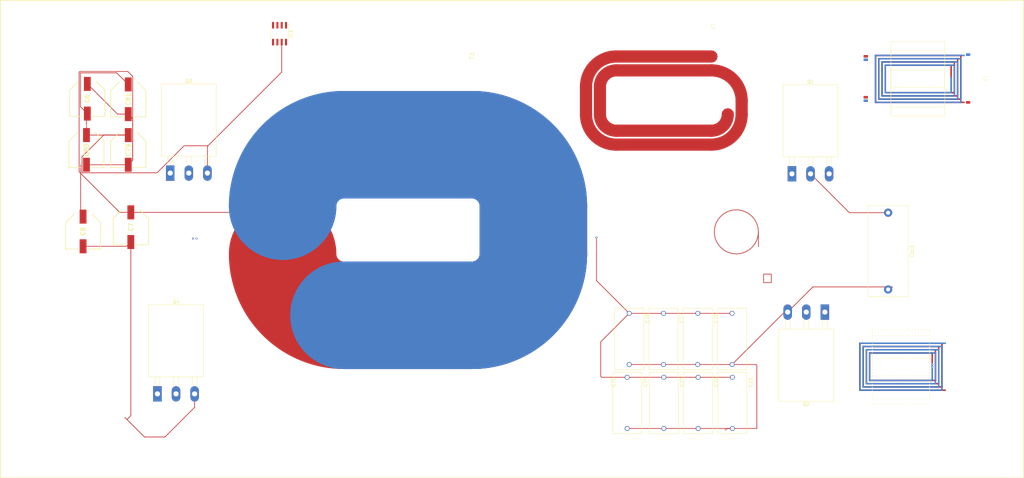
<source format=kicad_pcb>
(kicad_pcb (version 20241229) (generator "pcbnew") (generator_version "9.0")
  (layers (0 "F.Cu" signal) (4 "In1.Cu" signal) (6 "In2.Cu" signal) (2 "B.Cu" signal) (13 "F.Paste" user) (15 "B.Paste" user) (5 "F.SilkS" user "F.Silkscreen") (7 "B.SilkS" user "B.Silkscreen") (1 "F.Mask" user) (3 "B.Mask" user) (25 "Edge.Cuts" user))
  (net 0 "")
  (net 1 "OUT1")
  (net 2 "con_gnd")
  (net 3 "HVN1")
  (net 4 "Net-(T3-AB)")
  (net 5 "+12drvSec")
  (net 6 "HVP1")
  (net 7 "Net-(IC1-DRV)")
  (net 8 "D_S_1")
  (net 9 "Net-(IC1-MIN_TOFF)")
  (net 10 "Net-(IC1-MIN_TON)")
  (net 12 "D_S_2")
  (net 13 "S_P_1")
  (net 14 "G_P_1")
  (net 15 "G_P_2")
  (net 16 "G_S_2")
  (net 17 "G_S_1")
  (net 18 "Net-(T3-AA)")
  (footprint "B32672L8153J000:CAPRR1500W80L1800T850H1450" (layer "F.Cu") (at 247.1 179 -90)
    (property "Reference" "C78" (at -6.075 -5.335 90) (layer "F.SilkS"))
    (property "Value" "B32672L8153J")
    (fp_line (start -9 4.25) (end 9 4.25) (stroke (width 0.127)) (layer "F.SilkS"))
    (fp_line (start -9 -4.25) (end -9 4.25) (stroke (width 0.127)) (layer "F.SilkS"))
    (fp_line (start -9 -4.25) (end 9 -4.25) (stroke (width 0.127)) (layer "F.SilkS"))
    (fp_line (start 9 -4.25) (end 9 4.25) (stroke (width 0.127)) (layer "F.SilkS"))
    (pad "1" thru_hole circle (at -7.5 0 270) (size 1.4 1.4) (drill 1.05) (layers "*.Cu" "*.Mask") (net 4 "Net-(T3-AB)"))
    (pad "2" thru_hole circle (at 7.5 0 270) (size 1.4 1.4) (drill 1.05) (layers "*.Cu" "*.Mask") (net 3 "HVN1"))
  )
  (footprint "B40910A8127M000:B40910A8127M000" (layer "F.Cu") (at 101 146.25 -90)
    (property "Reference" "C7" (at 0 0 90) (layer "F.SilkS") (effects (font (size 1.27 1.27) (thickness 0.254))))
    (property "Value" "B40910A8127M000" (hide yes))
    (fp_line (start -2.575 5.15) (end -5.15 2.575) (stroke (width 0.2)) (layer "F.SilkS"))
    (fp_line (start 5.15 5.15) (end -2.575 5.15) (stroke (width 0.2)) (layer "F.SilkS"))
    (fp_line (start 5.15 5.15) (end 4.8 5.15) (stroke (width 0.2)) (layer "F.SilkS"))
    (fp_line (start 5.15 1.55) (end 5.15 5.15) (stroke (width 0.2)) (layer "F.SilkS"))
    (fp_line (start -7.1 0) (end -7.1 0) (stroke (width 0.1)) (layer "F.SilkS"))
    (fp_line (start -7 0) (end -7 0) (stroke (width 0.1)) (layer "F.SilkS"))
    (fp_line (start -5.15 -2.575) (end -2.575 -5.15) (stroke (width 0.2)) (layer "F.SilkS"))
    (fp_line (start -2.575 -5.15) (end 5.15 -5.15) (stroke (width 0.2)) (layer "F.SilkS"))
    (fp_line (start 5.15 -5.15) (end 5.15 -1.45) (stroke (width 0.2)) (layer "F.SilkS"))
    (fp_arc (start -7.1 0) (mid -7.05 -0.05) (end -7 0) (stroke (width 0.1)) (layer "F.SilkS"))
    (fp_arc (start -7 0) (mid -7.05 0.05) (end -7.1 0) (stroke (width 0.1)) (layer "F.SilkS"))
    (pad "1" smd rect (at -4.35 0) (size 2 4.1) (layers "F.Cu" "F.Mask" "F.Paste") (net 1 "OUT1"))
    (pad "2" smd rect (at 4.35 0) (size 2 4.1) (layers "F.Cu" "F.Mask" "F.Paste") (net 2 "con_gnd"))
  )
  (footprint "Package_TO_SOT_THT:TO-247-3_Horizontal_TabDown" (layer "F.Cu") (at 294.8 130.61)
    (property "Reference" "Q1" (at 5.45 -26.98 0) (layer "F.SilkS"))
    (property "Value" "IPW60R037CM8XKSA1")
    (fp_line (start -2.61 -26.14) (end 13.51 -26.14) (stroke (width 0.12)) (layer "F.SilkS"))
    (fp_line (start -2.61 -4.97) (end -2.61 -26.14) (stroke (width 0.12)) (layer "F.SilkS"))
    (fp_line (start -2.61 -4.97) (end 13.51 -4.97) (stroke (width 0.12)) (layer "F.SilkS"))
    (fp_line (start -0.71 -4.97) (end -0.71 -2.51) (stroke (width 0.12)) (layer "F.SilkS"))
    (fp_line (start 0.71 -4.97) (end 0.71 -2.51) (stroke (width 0.12)) (layer "F.SilkS"))
    (fp_line (start 4.74 -4.97) (end 4.74 -2.51) (stroke (width 0.12)) (layer "F.SilkS"))
    (fp_line (start 6.16 -4.97) (end 6.16 -2.51) (stroke (width 0.12)) (layer "F.SilkS"))
    (fp_line (start 10.19 -4.97) (end 10.19 -2.51) (stroke (width 0.12)) (layer "F.SilkS"))
    (fp_line (start 11.61 -4.97) (end 11.61 -2.51) (stroke (width 0.12)) (layer "F.SilkS"))
    (fp_line (start 13.51 -4.97) (end 13.51 -26.14) (stroke (width 0.12)) (layer "F.SilkS"))
    (pad "" np_thru_hole circle (at 5.45 -19.86) (size 3.6 3.6) (drill 3.6) (layers "*.Cu" "*.Mask"))
    (pad "1" thru_hole rect (at 0 0) (size 2.5 4.5) (drill 1.5) (layers "*.Cu" "*.Mask") (net 14 "G_P_1"))
    (pad "2" thru_hole oval (at 5.45 0) (size 2.5 4.5) (drill 1.5) (layers "*.Cu" "*.Mask") (net 6 "HVP1"))
    (pad "3" thru_hole oval (at 10.9 0) (size 2.5 4.5) (drill 1.5) (layers "*.Cu" "*.Mask") (net 13 "S_P_1"))
  )
  (footprint "B32672L8153J000:CAPRR1500W80L1800T850H1450" (layer "F.Cu") (at 246.5 197.75 -90)
    (property "Reference" "C74" (at -6.075 -5.335 90) (layer "F.SilkS"))
    (property "Value" "B32672L8153J")
    (fp_line (start -9 4.25) (end 9 4.25) (stroke (width 0.127)) (layer "F.SilkS"))
    (fp_line (start -9 -4.25) (end -9 4.25) (stroke (width 0.127)) (layer "F.SilkS"))
    (fp_line (start -9 -4.25) (end 9 -4.25) (stroke (width 0.127)) (layer "F.SilkS"))
    (fp_line (start 9 -4.25) (end 9 4.25) (stroke (width 0.127)) (layer "F.SilkS"))
    (pad "1" thru_hole circle (at -7.5 0 270) (size 1.4 1.4) (drill 1.05) (layers "*.Cu" "*.Mask") (net 4 "Net-(T3-AB)"))
    (pad "2" thru_hole circle (at 7.5 0 270) (size 1.4 1.4) (drill 1.05) (layers "*.Cu" "*.Mask") (net 3 "HVN1"))
  )
  (footprint "B32672L8153J000:CAPRR1500W80L1800T850H1450" (layer "F.Cu") (at 267.2 179 -90)
    (property "Reference" "C76" (at -6.075 -5.335 90) (layer "F.SilkS"))
    (property "Value" "B32672L8153J")
    (fp_line (start -9 4.25) (end 9 4.25) (stroke (width 0.127)) (layer "F.SilkS"))
    (fp_line (start -9 -4.25) (end -9 4.25) (stroke (width 0.127)) (layer "F.SilkS"))
    (fp_line (start -9 -4.25) (end 9 -4.25) (stroke (width 0.127)) (layer "F.SilkS"))
    (fp_line (start 9 -4.25) (end 9 4.25) (stroke (width 0.127)) (layer "F.SilkS"))
    (pad "1" thru_hole circle (at -7.5 0 270) (size 1.4 1.4) (drill 1.05) (layers "*.Cu" "*.Mask") (net 4 "Net-(T3-AB)"))
    (pad "2" thru_hole circle (at 7.5 0 270) (size 1.4 1.4) (drill 1.05) (layers "*.Cu" "*.Mask") (net 3 "HVN1"))
  )
  (footprint "B40910A8127M000:B40910A8127M000" (layer "F.Cu") (at 100.25 108.75 -90)
    (property "Reference" "C81" (at 0 0 90) (layer "F.SilkS") (effects (font (size 1.27 1.27) (thickness 0.254))))
    (property "Value" "B40910A8127M000" (hide yes))
    (fp_line (start -2.575 5.15) (end -5.15 2.575) (stroke (width 0.2)) (layer "F.SilkS"))
    (fp_line (start 5.15 5.15) (end -2.575 5.15) (stroke (width 0.2)) (layer "F.SilkS"))
    (fp_line (start 5.15 5.15) (end 4.8 5.15) (stroke (width 0.2)) (layer "F.SilkS"))
    (fp_line (start 5.15 1.55) (end 5.15 5.15) (stroke (width 0.2)) (layer "F.SilkS"))
    (fp_line (start -7.1 0) (end -7.1 0) (stroke (width 0.1)) (layer "F.SilkS"))
    (fp_line (start -7 0) (end -7 0) (stroke (width 0.1)) (layer "F.SilkS"))
    (fp_line (start -5.15 -2.575) (end -2.575 -5.15) (stroke (width 0.2)) (layer "F.SilkS"))
    (fp_line (start -2.575 -5.15) (end 5.15 -5.15) (stroke (width 0.2)) (layer "F.SilkS"))
    (fp_line (start 5.15 -5.15) (end 5.15 -1.45) (stroke (width 0.2)) (layer "F.SilkS"))
    (fp_arc (start -7.1 0) (mid -7.05 -0.05) (end -7 0) (stroke (width 0.1)) (layer "F.SilkS"))
    (fp_arc (start -7 0) (mid -7.05 0.05) (end -7.1 0) (stroke (width 0.1)) (layer "F.SilkS"))
    (pad "1" smd rect (at -4.35 0) (size 2 4.1) (layers "F.Cu" "F.Mask" "F.Paste") (net 2 "con_gnd"))
    (pad "2" smd rect (at 4.35 0) (size 2 4.1) (layers "F.Cu" "F.Mask" "F.Paste") (net 1 "OUT1"))
  )
  (footprint "B40910A8127M000:B40910A8127M000" (layer "F.Cu") (at 100.25 123.6 -90)
    (property "Reference" "C79" (at 0 0 90) (layer "F.SilkS") (effects (font (size 1.27 1.27) (thickness 0.254))))
    (property "Value" "B40910A8127M000" (hide yes))
    (fp_line (start -2.575 5.15) (end -5.15 2.575) (stroke (width 0.2)) (layer "F.SilkS"))
    (fp_line (start 5.15 5.15) (end -2.575 5.15) (stroke (width 0.2)) (layer "F.SilkS"))
    (fp_line (start 5.15 5.15) (end 4.8 5.15) (stroke (width 0.2)) (layer "F.SilkS"))
    (fp_line (start 5.15 1.55) (end 5.15 5.15) (stroke (width 0.2)) (layer "F.SilkS"))
    (fp_line (start -7.1 0) (end -7.1 0) (stroke (width 0.1)) (layer "F.SilkS"))
    (fp_line (start -7 0) (end -7 0) (stroke (width 0.1)) (layer "F.SilkS"))
    (fp_line (start -5.15 -2.575) (end -2.575 -5.15) (stroke (width 0.2)) (layer "F.SilkS"))
    (fp_line (start -2.575 -5.15) (end 5.15 -5.15) (stroke (width 0.2)) (layer "F.SilkS"))
    (fp_line (start 5.15 -5.15) (end 5.15 -1.45) (stroke (width 0.2)) (layer "F.SilkS"))
    (fp_arc (start -7.1 0) (mid -7.05 -0.05) (end -7 0) (stroke (width 0.1)) (layer "F.SilkS"))
    (fp_arc (start -7 0) (mid -7.05 0.05) (end -7.1 0) (stroke (width 0.1)) (layer "F.SilkS"))
    (pad "1" smd rect (at -4.35 0) (size 2 4.1) (layers "F.Cu" "F.Mask" "F.Paste") (net 2 "con_gnd"))
    (pad "2" smd rect (at 4.35 0) (size 2 4.1) (layers "F.Cu" "F.Mask" "F.Paste") (net 1 "OUT1"))
  )
  (footprint "Package_SO:SOIC-8_3.9x4.9mm_P1.27mm" (layer "F.Cu") (at 144.595 89.525 -90)
    (property "Reference" "IC1" (at 0 -3.4 90) (layer "F.SilkS"))
    (property "Value" "NCP43080ADR2G")
    (fp_line (start 0 2.56) (end -1.95 2.56) (stroke (width 0.12)) (layer "F.SilkS"))
    (fp_line (start 0 2.56) (end 1.95 2.56) (stroke (width 0.12)) (layer "F.SilkS"))
    (fp_line (start 0 -2.56) (end -1.95 -2.56) (stroke (width 0.12)) (layer "F.SilkS"))
    (fp_line (start 0 -2.56) (end 1.95 -2.56) (stroke (width 0.12)) (layer "F.SilkS"))
    (fp_poly (pts (xy -2.7 -2.465) (xy -2.94 -2.795) (xy -2.46 -2.795)) (stroke (width 0.12)) (fill yes) (layer "F.SilkS"))
    (pad "1" smd roundrect (at -2.475 -1.905 270) (size 1.95 0.6) (layers "F.Cu" "F.Mask" "F.Paste") (net 5 "+12drvSec"))
    (pad "2" smd roundrect (at -2.475 -0.635 270) (size 1.95 0.6) (layers "F.Cu" "F.Mask" "F.Paste") (net 9 "Net-(IC1-MIN_TOFF)"))
    (pad "3" smd roundrect (at -2.475 0.635 270) (size 1.95 0.6) (layers "F.Cu" "F.Mask" "F.Paste") (net 10 "Net-(IC1-MIN_TON)"))
    (pad "4" smd roundrect (at -2.475 1.905 270) (size 1.95 0.6) (layers "F.Cu" "F.Mask" "F.Paste") (net 2 "con_gnd"))
    (pad "5" smd roundrect (at 2.475 1.905 270) (size 1.95 0.6) (layers "F.Cu" "F.Mask" "F.Paste"))
    (pad "6" smd roundrect (at 2.475 0.635 270) (size 1.95 0.6) (layers "F.Cu" "F.Mask" "F.Paste") (net 8 "D_S_1"))
    (pad "7" smd roundrect (at 2.475 -0.635 270) (size 1.95 0.6) (layers "F.Cu" "F.Mask" "F.Paste") (net 2 "con_gnd"))
    (pad "8" smd roundrect (at 2.475 -1.905 270) (size 1.95 0.6) (layers "F.Cu" "F.Mask" "F.Paste") (net 7 "Net-(IC1-DRV)"))
  )
  (footprint "Package_TO_SOT_THT:TO-247-3_Horizontal_TabDown" (layer "F.Cu") (at 112.55 130.39)
    (property "Reference" "Q3" (at 5.45 -26.98 0) (layer "F.SilkS"))
    (property "Value" "FDH055N15A")
    (fp_line (start -2.61 -26.14) (end 13.51 -26.14) (stroke (width 0.12)) (layer "F.SilkS"))
    (fp_line (start -2.61 -4.97) (end -2.61 -26.14) (stroke (width 0.12)) (layer "F.SilkS"))
    (fp_line (start -2.61 -4.97) (end 13.51 -4.97) (stroke (width 0.12)) (layer "F.SilkS"))
    (fp_line (start -0.71 -4.97) (end -0.71 -2.51) (stroke (width 0.12)) (layer "F.SilkS"))
    (fp_line (start 0.71 -4.97) (end 0.71 -2.51) (stroke (width 0.12)) (layer "F.SilkS"))
    (fp_line (start 4.74 -4.97) (end 4.74 -2.51) (stroke (width 0.12)) (layer "F.SilkS"))
    (fp_line (start 6.16 -4.97) (end 6.16 -2.51) (stroke (width 0.12)) (layer "F.SilkS"))
    (fp_line (start 10.19 -4.97) (end 10.19 -2.51) (stroke (width 0.12)) (layer "F.SilkS"))
    (fp_line (start 11.61 -4.97) (end 11.61 -2.51) (stroke (width 0.12)) (layer "F.SilkS"))
    (fp_line (start 13.51 -4.97) (end 13.51 -26.14) (stroke (width 0.12)) (layer "F.SilkS"))
    (pad "" np_thru_hole circle (at 5.45 -19.86) (size 3.6 3.6) (drill 3.6) (layers "*.Cu" "*.Mask"))
    (pad "1" thru_hole rect (at 0 0) (size 2.5 4.5) (drill 1.5) (layers "*.Cu" "*.Mask") (net 17 "G_S_1"))
    (pad "2" thru_hole oval (at 5.45 0) (size 2.5 4.5) (drill 1.5) (layers "*.Cu" "*.Mask") (net 8 "D_S_1"))
    (pad "3" thru_hole oval (at 10.9 0) (size 2.5 4.5) (drill 1.5) (layers "*.Cu" "*.Mask") (net 2 "con_gnd"))
  )
  (footprint "B40910A8127M000:B40910A8127M000" (layer "F.Cu") (at 88 123.6 -90)
    (property "Reference" "C80" (at 0 0 90) (layer "F.SilkS") (effects (font (size 1.27 1.27) (thickness 0.254))))
    (property "Value" "B40910A8127M000" (hide yes))
    (fp_line (start -2.575 5.15) (end -5.15 2.575) (stroke (width 0.2)) (layer "F.SilkS"))
    (fp_line (start 5.15 5.15) (end -2.575 5.15) (stroke (width 0.2)) (layer "F.SilkS"))
    (fp_line (start 5.15 5.15) (end 4.8 5.15) (stroke (width 0.2)) (layer "F.SilkS"))
    (fp_line (start 5.15 1.55) (end 5.15 5.15) (stroke (width 0.2)) (layer "F.SilkS"))
    (fp_line (start -7.1 0) (end -7.1 0) (stroke (width 0.1)) (layer "F.SilkS"))
    (fp_line (start -7 0) (end -7 0) (stroke (width 0.1)) (layer "F.SilkS"))
    (fp_line (start -5.15 -2.575) (end -2.575 -5.15) (stroke (width 0.2)) (layer "F.SilkS"))
    (fp_line (start -2.575 -5.15) (end 5.15 -5.15) (stroke (width 0.2)) (layer "F.SilkS"))
    (fp_line (start 5.15 -5.15) (end 5.15 -1.45) (stroke (width 0.2)) (layer "F.SilkS"))
    (fp_arc (start -7.1 0) (mid -7.05 -0.05) (end -7 0) (stroke (width 0.1)) (layer "F.SilkS"))
    (fp_arc (start -7 0) (mid -7.05 0.05) (end -7.1 0) (stroke (width 0.1)) (layer "F.SilkS"))
    (pad "1" smd rect (at -4.35 0) (size 2 4.1) (layers "F.Cu" "F.Mask" "F.Paste") (net 2 "con_gnd"))
    (pad "2" smd rect (at 4.35 0) (size 2 4.1) (layers "F.Cu" "F.Mask" "F.Paste") (net 1 "OUT1"))
  )
  (footprint "Capacitor_THT:C_Rect_L26.5mm_W11.5mm_P22.50mm_MKS4" (layer "F.Cu") (at 323 142 -90)
    (property "Reference" "Cdc1" (at 11.25 -7 90) (layer "F.SilkS"))
    (property "Value" "4uF +/-5% 700V")
    (fp_line (start -2.12 5.87) (end -2.12 -5.87) (stroke (width 0.12)) (layer "F.SilkS"))
    (fp_line (start 24.62 5.87) (end -2.12 5.87) (stroke (width 0.12)) (layer "F.SilkS"))
    (fp_line (start -2.12 -5.87) (end 24.62 -5.87) (stroke (width 0.12)) (layer "F.SilkS"))
    (fp_line (start 24.62 -5.87) (end 24.62 5.87) (stroke (width 0.12)) (layer "F.SilkS"))
    (pad "1" thru_hole circle (at 0 0 270) (size 2.4 2.4) (drill 1.2) (layers "*.Cu" "*.Mask") (net 6 "HVP1"))
    (pad "2" thru_hole circle (at 22.5 0 270) (size 2.4 2.4) (drill 1.2) (layers "*.Cu" "*.Mask") (net 3 "HVN1"))
  )
  (footprint "B32672L8153J000:CAPRR1500W80L1800T850H1450" (layer "F.Cu") (at 257.15 179 -90)
    (property "Reference" "C77" (at -6.075 -5.335 90) (layer "F.SilkS"))
    (property "Value" "B32672L8153J")
    (fp_line (start -9 4.25) (end 9 4.25) (stroke (width 0.127)) (layer "F.SilkS"))
    (fp_line (start -9 -4.25) (end -9 4.25) (stroke (width 0.127)) (layer "F.SilkS"))
    (fp_line (start -9 -4.25) (end 9 -4.25) (stroke (width 0.127)) (layer "F.SilkS"))
    (fp_line (start 9 -4.25) (end 9 4.25) (stroke (width 0.127)) (layer "F.SilkS"))
    (pad "1" thru_hole circle (at -7.5 0 270) (size 1.4 1.4) (drill 1.05) (layers "*.Cu" "*.Mask") (net 4 "Net-(T3-AB)"))
    (pad "2" thru_hole circle (at 7.5 0 270) (size 1.4 1.4) (drill 1.05) (layers "*.Cu" "*.Mask") (net 3 "HVN1"))
  )
  (footprint "B32672L8153J000:CAPRR1500W80L1800T850H1450" (layer "F.Cu") (at 267.3 197.75 -90)
    (property "Reference" "C72" (at -6.075 -5.335 90) (layer "F.SilkS"))
    (property "Value" "B32672L8153J")
    (fp_line (start -9 4.25) (end 9 4.25) (stroke (width 0.127)) (layer "F.SilkS"))
    (fp_line (start -9 -4.25) (end -9 4.25) (stroke (width 0.127)) (layer "F.SilkS"))
    (fp_line (start -9 -4.25) (end 9 -4.25) (stroke (width 0.127)) (layer "F.SilkS"))
    (fp_line (start 9 -4.25) (end 9 4.25) (stroke (width 0.127)) (layer "F.SilkS"))
    (pad "1" thru_hole circle (at -7.5 0 270) (size 1.4 1.4) (drill 1.05) (layers "*.Cu" "*.Mask") (net 4 "Net-(T3-AB)"))
    (pad "2" thru_hole circle (at 7.5 0 270) (size 1.4 1.4) (drill 1.05) (layers "*.Cu" "*.Mask") (net 3 "HVN1"))
  )
  (footprint "Package_TO_SOT_THT:TO-247-3_Horizontal_TabDown" (layer "F.Cu") (at 108.8 195.11)
    (property "Reference" "Q4" (at 5.45 -26.98 0) (layer "F.SilkS"))
    (property "Value" "FDH055N15A")
    (fp_line (start -2.61 -26.14) (end 13.51 -26.14) (stroke (width 0.12)) (layer "F.SilkS"))
    (fp_line (start -2.61 -4.97) (end -2.61 -26.14) (stroke (width 0.12)) (layer "F.SilkS"))
    (fp_line (start -2.61 -4.97) (end 13.51 -4.97) (stroke (width 0.12)) (layer "F.SilkS"))
    (fp_line (start -0.71 -4.97) (end -0.71 -2.51) (stroke (width 0.12)) (layer "F.SilkS"))
    (fp_line (start 0.71 -4.97) (end 0.71 -2.51) (stroke (width 0.12)) (layer "F.SilkS"))
    (fp_line (start 4.74 -4.97) (end 4.74 -2.51) (stroke (width 0.12)) (layer "F.SilkS"))
    (fp_line (start 6.16 -4.97) (end 6.16 -2.51) (stroke (width 0.12)) (layer "F.SilkS"))
    (fp_line (start 10.19 -4.97) (end 10.19 -2.51) (stroke (width 0.12)) (layer "F.SilkS"))
    (fp_line (start 11.61 -4.97) (end 11.61 -2.51) (stroke (width 0.12)) (layer "F.SilkS"))
    (fp_line (start 13.51 -4.97) (end 13.51 -26.14) (stroke (width 0.12)) (layer "F.SilkS"))
    (pad "" np_thru_hole circle (at 5.45 -19.86) (size 3.6 3.6) (drill 3.6) (layers "*.Cu" "*.Mask"))
    (pad "1" thru_hole rect (at 0 0) (size 2.5 4.5) (drill 1.5) (layers "*.Cu" "*.Mask") (net 16 "G_S_2"))
    (pad "2" thru_hole oval (at 5.45 0) (size 2.5 4.5) (drill 1.5) (layers "*.Cu" "*.Mask") (net 12 "D_S_2"))
    (pad "3" thru_hole oval (at 10.9 0) (size 2.5 4.5) (drill 1.5) (layers "*.Cu" "*.Mask") (net 2 "con_gnd"))
  )
  (footprint "New_Linrary:ELP_102_20_38" (layer "F.Cu") (at 201 96.075 -90)
    (property "Reference" "T3" (at 0 0 90) (layer "F.SilkS") (effects (font (size 1.27 1.27))))
    (property "Value" "ELP/102/20/38 & I/102/38/20")
    (fp_line (start 76 37.5) (end 76 0) (stroke (width 31.5)) (layer "F.Cu"))
    (fp_line (start 26 0) (end 26 37.5) (stroke (width 31.5)) (layer "F.Cu"))
    (fp_line (start 58 -18) (end 44 -18) (stroke (width 31.5)) (layer "F.Cu"))
    (fp_arc (start 76 37.5) (mid 70.727922 50.227922) (end 58 55.5) (stroke (width 31.5)) (layer "F.Cu"))
    (fp_arc (start 26 0) (mid 31.272078 -12.727922) (end 44 -18) (stroke (width 31.5)) (layer "F.Cu"))
    (fp_arc (start 58 -18) (mid 70.727922 -12.727922) (end 76 0) (stroke (width 31.5)) (layer "F.Cu"))
    (fp_line (start 76 37.5) (end 76 0) (stroke (width 31.5)) (layer "B.Cu"))
    (fp_line (start 76 37.5) (end 76 0) (stroke (width 31.5)) (layer "B.Cu"))
    (fp_line (start 26 0) (end 26 37.5) (stroke (width 31.5)) (layer "B.Cu"))
    (fp_line (start 26 0) (end 26 37.5) (stroke (width 31.5)) (layer "B.Cu"))
    (fp_line (start 58 -18) (end 44 -18) (stroke (width 31.5)) (layer "B.Cu"))
    (fp_line (start 58 -18) (end 44 -18) (stroke (width 31.5)) (layer "B.Cu"))
    (fp_arc (start 44 55.5) (mid 31.272078 50.227922) (end 26 37.5) (stroke (width 31.5)) (layer "B.Cu"))
    (fp_arc (start 44 55.5) (mid 31.272078 50.227922) (end 26 37.5) (stroke (width 31.5)) (layer "B.Cu"))
    (fp_arc (start 26 0) (mid 31.272078 -12.727922) (end 44 -18) (stroke (width 31.5)) (layer "B.Cu"))
    (fp_arc (start 26 0) (mid 31.272078 -12.727922) (end 44 -18) (stroke (width 31.5)) (layer "B.Cu"))
    (fp_arc (start 58 -18) (mid 70.727922 -12.727922) (end 76 0) (stroke (width 31.5)) (layer "B.Cu"))
    (fp_arc (start 58 -18) (mid 70.727922 -12.727922) (end 76 0) (stroke (width 31.5)) (layer "B.Cu"))
    (pad "3" smd roundrect (at 26 37.5 270) (size 2 1.4) (layers "F.Cu") (roundrect_rratio 0.18) (net 8 "D_S_1"))
    (pad "4" smd roundrect (at 58 55.5 270) (size 2 1.4) (layers "F&B.Cu") (roundrect_rratio 0.18) (net 1 "OUT1"))
    (pad "5" smd roundrect (at 76 37.5 270) (size 2 1.4) (layers "B.Cu") (roundrect_rratio 0.18) (net 12 "D_S_2"))
  )
  (footprint "B40910A8127M000:B40910A8127M000" (layer "F.Cu") (at 88.25 108.6 -90)
    (property "Reference" "C6" (at 0 0 90) (layer "F.SilkS") (effects (font (size 1.27 1.27) (thickness 0.254))))
    (property "Value" "B40910A8127M000" (hide yes))
    (fp_line (start -2.575 5.15) (end -5.15 2.575) (stroke (width 0.2)) (layer "F.SilkS"))
    (fp_line (start 5.15 5.15) (end -2.575 5.15) (stroke (width 0.2)) (layer "F.SilkS"))
    (fp_line (start 5.15 5.15) (end 4.8 5.15) (stroke (width 0.2)) (layer "F.SilkS"))
    (fp_line (start 5.15 1.55) (end 5.15 5.15) (stroke (width 0.2)) (layer "F.SilkS"))
    (fp_line (start -7.1 0) (end -7.1 0) (stroke (width 0.1)) (layer "F.SilkS"))
    (fp_line (start -7 0) (end -7 0) (stroke (width 0.1)) (layer "F.SilkS"))
    (fp_line (start -5.15 -2.575) (end -2.575 -5.15) (stroke (width 0.2)) (layer "F.SilkS"))
    (fp_line (start -2.575 -5.15) (end 5.15 -5.15) (stroke (width 0.2)) (layer "F.SilkS"))
    (fp_line (start 5.15 -5.15) (end 5.15 -1.45) (stroke (width 0.2)) (layer "F.SilkS"))
    (fp_arc (start -7.1 0) (mid -7.05 -0.05) (end -7 0) (stroke (width 0.1)) (layer "F.SilkS"))
    (fp_arc (start -7 0) (mid -7.05 0.05) (end -7.1 0) (stroke (width 0.1)) (layer "F.SilkS"))
    (pad "1" smd rect (at -4.35 0) (size 2 4.1) (layers "F.Cu" "F.Mask" "F.Paste") (net 1 "OUT1"))
    (pad "2" smd rect (at 4.35 0) (size 2 4.1) (layers "F.Cu" "F.Mask" "F.Paste") (net 2 "con_gnd"))
  )
  (footprint "New_Linrary:ELP_43_10_28" (layer "F.Cu") (at 271.2 87.425 -90)
    (property "Reference" "L2" (at 0 -0.5 270) (layer "F.SilkS") (effects (font (thickness 0.1))))
    (property "Value" "ELP 43/10/28 & I 43/10/28")
    (fp_line (start 17.65 36.7625) (end 25.75 36.7625) (stroke (width 3.575)) (layer "F.Cu"))
    (fp_line (start 17.65 32.6875) (end 25.75 32.6875) (stroke (width 3.575)) (layer "F.Cu"))
    (fp_line (start 30.5375 27.9) (end 30.5375 0) (stroke (width 3.575)) (layer "F.Cu"))
    (fp_line (start 34.6125 27.9) (end 34.6125 0) (stroke (width 3.575)) (layer "F.Cu"))
    (fp_line (start 8.7875 0) (end 8.7875 27.9) (stroke (width 3.575)) (layer "F.Cu"))
    (fp_line (start 12.8625 0) (end 12.8625 27.9) (stroke (width 3.575)) (layer "F.Cu"))
    (fp_line (start 25.75 -8.8625) (end 21.725 -8.8625) (stroke (width 3.575)) (layer "F.Cu"))
    (fp_arc (start 17.65 36.7625) (mid 11.383266 34.166734) (end 8.7875 27.9) (stroke (width 3.575)) (layer "F.Cu"))
    (fp_arc (start 17.65 32.6875) (mid 14.264726 31.285274) (end 12.8625 27.9) (stroke (width 3.575)) (layer "F.Cu"))
    (fp_arc (start 30.5375 27.9) (mid 29.135274 31.285274) (end 25.75 32.6875) (stroke (width 3.575)) (layer "F.Cu"))
    (fp_arc (start 34.6125 27.9) (mid 32.016734 34.166734) (end 25.75 36.7625) (stroke (width 3.575)) (layer "F.Cu"))
    (fp_arc (start 12.8625 0) (mid 15.458266 -6.266734) (end 21.725 -8.8625) (stroke (width 3.575)) (layer "F.Cu"))
    (fp_arc (start 25.75 -4.7875) (mid 29.135274 -3.385274) (end 30.5375 0) (stroke (width 3.575)) (layer "F.Cu"))
    (fp_arc (start 25.75 -8.8625) (mid 32.016734 -6.266734) (end 34.6125 0) (stroke (width 3.575)) (layer "F.Cu"))
    (pad "1" smd roundrect (at 9 0 270) (size 2.262 1.508) (layers "F.Cu" "F.Mask" "F.Paste") (roundrect_rratio 0.15) (net 18 "Net-(T3-AA)"))
    (pad "2" smd roundrect (at 25.5 -4.5 270) (size 2.262 1.508) (layers "F.Cu" "F.Mask" "F.Paste") (roundrect_rratio 0.15) (net 13 "S_P_1"))
  )
  (footprint "B40910A8127M000:B40910A8127M000" (layer "F.Cu") (at 87 147.5 -90)
    (property "Reference" "C8" (at 0 0 90) (layer "F.SilkS") (effects (font (size 1.27 1.27) (thickness 0.254))))
    (property "Value" "B40910A8127M000" (hide yes))
    (fp_line (start -2.575 5.15) (end -5.15 2.575) (stroke (width 0.2)) (layer "F.SilkS"))
    (fp_line (start 5.15 5.15) (end -2.575 5.15) (stroke (width 0.2)) (layer "F.SilkS"))
    (fp_line (start 5.15 5.15) (end 4.8 5.15) (stroke (width 0.2)) (layer "F.SilkS"))
    (fp_line (start 5.15 1.55) (end 5.15 5.15) (stroke (width 0.2)) (layer "F.SilkS"))
    (fp_line (start -7.1 0) (end -7.1 0) (stroke (width 0.1)) (layer "F.SilkS"))
    (fp_line (start -7 0) (end -7 0) (stroke (width 0.1)) (layer "F.SilkS"))
    (fp_line (start -5.15 -2.575) (end -2.575 -5.15) (stroke (width 0.2)) (layer "F.SilkS"))
    (fp_line (start -2.575 -5.15) (end 5.15 -5.15) (stroke (width 0.2)) (layer "F.SilkS"))
    (fp_line (start 5.15 -5.15) (end 5.15 -1.45) (stroke (width 0.2)) (layer "F.SilkS"))
    (fp_arc (start -7.1 0) (mid -7.05 -0.05) (end -7 0) (stroke (width 0.1)) (layer "F.SilkS"))
    (fp_arc (start -7 0) (mid -7.05 0.05) (end -7.1 0) (stroke (width 0.1)) (layer "F.SilkS"))
    (pad "1" smd rect (at -4.35 0) (size 2 4.1) (layers "F.Cu" "F.Mask" "F.Paste") (net 1 "OUT1"))
    (pad "2" smd rect (at 4.35 0) (size 2 4.1) (layers "F.Cu" "F.Mask" "F.Paste") (net 2 "con_gnd"))
  )
  (footprint "Package_TO_SOT_THT:TO-247-3_Horizontal_TabDown" (layer "F.Cu") (at 304.45 171.14 180)
    (property "Reference" "Q2" (at 5.45 -26.98 0) (layer "F.SilkS"))
    (property "Value" "IPW60R037CM8XKSA1")
    (fp_line (start 13.51 -4.97) (end 13.51 -26.14) (stroke (width 0.12)) (layer "F.SilkS"))
    (fp_line (start 11.61 -4.97) (end 11.61 -2.51) (stroke (width 0.12)) (layer "F.SilkS"))
    (fp_line (start 10.19 -4.97) (end 10.19 -2.51) (stroke (width 0.12)) (layer "F.SilkS"))
    (fp_line (start 6.16 -4.97) (end 6.16 -2.51) (stroke (width 0.12)) (layer "F.SilkS"))
    (fp_line (start 4.74 -4.97) (end 4.74 -2.51) (stroke (width 0.12)) (layer "F.SilkS"))
    (fp_line (start 0.71 -4.97) (end 0.71 -2.51) (stroke (width 0.12)) (layer "F.SilkS"))
    (fp_line (start -0.71 -4.97) (end -0.71 -2.51) (stroke (width 0.12)) (layer "F.SilkS"))
    (fp_line (start -2.61 -4.97) (end 13.51 -4.97) (stroke (width 0.12)) (layer "F.SilkS"))
    (fp_line (start -2.61 -4.97) (end -2.61 -26.14) (stroke (width 0.12)) (layer "F.SilkS"))
    (fp_line (start -2.61 -26.14) (end 13.51 -26.14) (stroke (width 0.12)) (layer "F.SilkS"))
    (pad "" np_thru_hole circle (at 5.45 -19.86 180) (size 3.6 3.6) (drill 3.6) (layers "*.Cu" "*.Mask"))
    (pad "1" thru_hole rect (at 0 0 180) (size 2.5 4.5) (drill 1.5) (layers "*.Cu" "*.Mask") (net 15 "G_P_2"))
    (pad "2" thru_hole oval (at 5.45 0 180) (size 2.5 4.5) (drill 1.5) (layers "*.Cu" "*.Mask") (net 13 "S_P_1"))
    (pad "3" thru_hole oval (at 10.9 0 180) (size 2.5 4.5) (drill 1.5) (layers "*.Cu" "*.Mask") (net 3 "HVN1"))
  )
  (footprint "B32672L8153J000:CAPRR1500W80L1800T850H1450" (layer "F.Cu") (at 277.35 197.75 -90)
    (property "Reference" "C21" (at -6.075 -5.335 90) (layer "F.SilkS"))
    (property "Value" "B32672L8153J")
    (fp_line (start -9 4.25) (end 9 4.25) (stroke (width 0.127)) (layer "F.SilkS"))
    (fp_line (start -9 -4.25) (end -9 4.25) (stroke (width 0.127)) (layer "F.SilkS"))
    (fp_line (start -9 -4.25) (end 9 -4.25) (stroke (width 0.127)) (layer "F.SilkS"))
    (fp_line (start 9 -4.25) (end 9 4.25) (stroke (width 0.127)) (layer "F.SilkS"))
    (pad "1" thru_hole circle (at -7.5 0 270) (size 1.4 1.4) (drill 1.05) (layers "*.Cu" "*.Mask") (net 4 "Net-(T3-AB)"))
    (pad "2" thru_hole circle (at 7.5 0 270) (size 1.4 1.4) (drill 1.05) (layers "*.Cu" "*.Mask") (net 3 "HVN1"))
  )
  (footprint "B32672L8153J000:CAPRR1500W80L1800T850H1450" (layer "F.Cu") (at 257.25 197.75 -90)
    (property "Reference" "C73" (at -6.075 -5.335 90) (layer "F.SilkS"))
    (property "Value" "B32672L8153J")
    (fp_line (start -9 4.25) (end 9 4.25) (stroke (width 0.127)) (layer "F.SilkS"))
    (fp_line (start -9 -4.25) (end -9 4.25) (stroke (width 0.127)) (layer "F.SilkS"))
    (fp_line (start -9 -4.25) (end 9 -4.25) (stroke (width 0.127)) (layer "F.SilkS"))
    (fp_line (start 9 -4.25) (end 9 4.25) (stroke (width 0.127)) (layer "F.SilkS"))
    (pad "1" thru_hole circle (at -7.5 0 270) (size 1.4 1.4) (drill 1.05) (layers "*.Cu" "*.Mask") (net 4 "Net-(T3-AB)"))
    (pad "2" thru_hole circle (at 7.5 0 270) (size 1.4 1.4) (drill 1.05) (layers "*.Cu" "*.Mask") (net 3 "HVN1"))
  )
  (footprint "New_Linrary:Trans_planner_buck" (layer "F.Cu") (at 350.9425 102.66 -90)
    (property "Reference" "T2" (at 0 -0.5 270) (layer "F.SilkS") (effects (font (thickness 0.1))))
    (property "Value" "Transformer_1P_2S")
    (fp_line (start -6.75 31.63) (end -6.75 6.63) (stroke (width 0.45)) (layer "F.Cu"))
    (fp_line (start 7 31.63) (end -6.75 31.63) (stroke (width 0.45)) (layer "F.Cu"))
    (fp_line (start -5.8 30.68) (end -5.8 7.58) (stroke (width 0.45)) (layer "F.Cu"))
    (fp_line (start 6.05 30.68) (end -5.8 30.68) (stroke (width 0.45)) (layer "F.Cu"))
    (fp_line (start -4.85 29.73) (end -4.85 8.53) (stroke (width 0.45)) (layer "F.Cu"))
    (fp_line (start 5.1 29.73) (end -4.85 29.73) (stroke (width 0.45)) (layer "F.Cu"))
    (fp_line (start -3.9 28.78) (end -3.9 9.48) (stroke (width 0.45)) (layer "F.Cu"))
    (fp_line (start 4.15 28.78) (end -3.9 28.78) (stroke (width 0.45)) (layer "F.Cu"))
    (fp_line (start -3.9 9.48) (end -0.4 9.48) (stroke (width 0.45)) (layer "F.Cu"))
    (fp_line (start -4.85 8.53) (end 4.15 8.53) (stroke (width 0.45)) (layer "F.Cu"))
    (fp_line (start 4.15 8.53) (end 4.15 28.78) (stroke (width 0.45)) (layer "F.Cu"))
    (fp_line (start -5.8 7.58) (end 5.1 7.58) (stroke (width 0.45)) (layer "F.Cu"))
    (fp_line (start 5.1 7.58) (end 5.1 29.73) (stroke (width 0.45)) (layer "F.Cu"))
    (fp_line (start -6.75 6.63) (end 6.05 6.63) (stroke (width 0.45)) (layer "F.Cu"))
    (fp_line (start 6.05 6.63) (end 6.05 30.68) (stroke (width 0.45)) (layer "F.Cu"))
    (fp_line (start 7 5.68) (end 7 31.63) (stroke (width 0.45)) (layer "F.Cu"))
    (fp_line (start -6.75 31.63) (end 7 31.63) (stroke (width 0.45)) (layer "B.Cu"))
    (fp_line (start 7 31.63) (end 7 6.63) (stroke (width 0.45)) (layer "B.Cu"))
    (fp_line (start -5.8 30.68) (end 6.05 30.68) (stroke (width 0.45)) (layer "B.Cu"))
    (fp_line (start 6.05 30.68) (end 6.05 7.58) (stroke (width 0.45)) (layer "B.Cu"))
    (fp_line (start -4.85 29.73) (end 5.1 29.73) (stroke (width 0.45)) (layer "B.Cu"))
    (fp_line (start 5.1 29.73) (end 5.1 8.53) (stroke (width 0.45)) (layer "B.Cu"))
    (fp_line (start -3.9 28.78) (end 4.15 28.78) (stroke (width 0.45)) (layer "B.Cu"))
    (fp_line (start 4.15 28.78) (end 4.15 9.48) (stroke (width 0.45)) (layer "B.Cu"))
    (fp_line (start 4.15 9.48) (end -0.35 9.48) (stroke (width 0.45)) (layer "B.Cu"))
    (fp_line (start -3.9 8.53) (end -3.9 28.78) (stroke (width 0.45)) (layer "B.Cu"))
    (fp_line (start 5.1 8.53) (end -3.9 8.53) (stroke (width 0.45)) (layer "B.Cu"))
    (fp_line (start -4.85 7.58) (end -4.85 29.73) (stroke (width 0.45)) (layer "B.Cu"))
    (fp_line (start 6.05 7.58) (end -4.85 7.58) (stroke (width 0.45)) (layer "B.Cu"))
    (fp_line (start -5.8 6.63) (end -5.8 30.68) (stroke (width 0.45)) (layer "B.Cu"))
    (fp_line (start 7 6.63) (end -5.8 6.63) (stroke (width 0.45)) (layer "B.Cu"))
    (fp_line (start -6.75 5.68) (end -6.75 31.63) (stroke (width 0.45)) (layer "B.Cu"))
    (fp_rect (start -10.81 11.34) (end 10.99 27.14) (stroke (width 0.1)) (fill no) (layer "F.SilkS"))
    (fp_rect (start -8.21 11.34) (end 8.39 27.14) (stroke (width 0.1)) (fill no) (layer "F.SilkS"))
    (fp_rect (start -2.41 11.34) (end 2.59 27.14) (stroke (width 0.1)) (fill no) (layer "F.SilkS"))
    (pad "1" smd roundrect (at -7 4.5 270) (size 0.77 1.27) (layers "B.Cu" "B.Mask" "B.Paste") (roundrect_rratio 0.15))
    (pad "2" smd roundrect (at 7 4.5 270) (size 0.77 1.27) (layers "F.Cu" "F.Mask" "F.Paste") (roundrect_rratio 0.15))
    (pad "3" smd roundrect (at -6.5 34.5 270) (size 0.77 1.27) (layers "F.Cu" "F.Mask" "F.Paste") (roundrect_rratio 0.15))
    (pad "4" smd roundrect (at 5.5 34.5 270) (size 0.77 1.27) (layers "F.Cu" "F.Mask" "F.Paste" "Dwgs.User") (roundrect_rratio 0.15))
    (pad "5" smd roundrect (at -5.5 34.5 270) (size 0.77 1.27) (layers "B.Cu" "B.Mask" "B.Paste") (roundrect_rratio 0.15))
    (pad "6" smd roundrect (at 6.5 34.5 270) (size 0.77 1.27) (layers "B.Cu" "B.Mask" "B.Paste") (roundrect_rratio 0.15))
  )
  (footprint "B32672L8153J000:CAPRR1500W80L1800T850H1450" (layer "F.Cu") (at 277.25 179 -90)
    (property "Reference" "C75" (at 12.675 34.765 90) (layer "F.SilkS"))
    (property "Value" "B32672L8153J")
    (fp_line (start -9 4.25) (end 9 4.25) (stroke (width 0.127)) (layer "F.SilkS"))
    (fp_line (start -9 -4.25) (end -9 4.25) (stroke (width 0.127)) (layer "F.SilkS"))
    (fp_line (start -9 -4.25) (end 9 -4.25) (stroke (width 0.127)) (layer "F.SilkS"))
    (fp_line (start 9 -4.25) (end 9 4.25) (stroke (width 0.127)) (layer "F.SilkS"))
    (pad "1" thru_hole circle (at -7.5 0 270) (size 1.4 1.4) (drill 1.05) (layers "*.Cu" "*.Mask") (net 4 "Net-(T3-AB)"))
    (pad "2" thru_hole circle (at 7.5 0 270) (size 1.4 1.4) (drill 1.05) (layers "*.Cu" "*.Mask") (net 3 "HVN1"))
  )
  (gr_line (start 317.575 183.125) (end 335.925 183.125) (stroke (width 0.45)) (layer "F.Cu"))
  (gr_line (start 335.925 183.125) (end 335.925 187.5) (stroke (width 0.45)) (layer "F.Cu"))
  (gr_line (start 284.949044 147.617517) (end 285 152) (stroke (width 0.2)) (layer "F.Cu") (net 13))
  (gr_line (start 317.575 191.175) (end 317.575 183.125) (stroke (width 0.45)) (layer "F.Cu"))
  (gr_line (start 337.825 192.125) (end 316.625 192.125) (stroke (width 0.45)) (layer "F.Cu"))
  (gr_line (start 316.625 192.125) (end 316.625 182.175) (stroke (width 0.45)) (layer "F.Cu"))
  (gr_line (start 315.675 181.225) (end 337.825 181.225) (stroke (width 0.45)) (layer "F.Cu"))
  (gr_line (start 337.825 181.225) (end 337.825 192.125) (stroke (width 0.45)) (layer "F.Cu"))
  (gr_line (start 338.775 180.275) (end 338.775 193.075) (stroke (width 0.45)) (layer "F.Cu"))
  (gr_line (start 315.675 193.075) (end 315.675 181.225) (stroke (width 0.45)) (layer "F.Cu"))
  (gr_line (start 336.875 191.175) (end 317.575 191.175) (stroke (width 0.45)) (layer "F.Cu"))
  (gr_line (start 314.725 194.025) (end 314.725 180.275) (stroke (width 0.45)) (layer "F.Cu"))
  (gr_rect (start 286.5 160) (end 288.75 162.5) (stroke (width 0.2)) (fill no) (layer "F.Cu"))
  (gr_circle (center 278.5 147.617517) (end 284 144.25) (stroke (width 0.2)) (fill no) (layer "F.Cu") (net 13))
  (gr_line (start 316.625 182.175) (end 336.875 182.175) (stroke (width 0.45)) (layer "F.Cu"))
  (gr_line (start 314.725 180.275) (end 338.775 180.275) (stroke (width 0.45)) (layer "F.Cu"))
  (gr_line (start 336.875 182.175) (end 336.875 191.175) (stroke (width 0.45)) (layer "F.Cu"))
  (gr_line (start 339.725 194.025) (end 314.725 194.025) (stroke (width 0.45)) (layer "F.Cu"))
  (gr_line (start 338.775 193.075) (end 315.675 193.075) (stroke (width 0.45)) (layer "F.Cu"))
  (gr_line (start 336.875 183.125) (end 317.575 183.125) (stroke (width 0.45)) (layer "B.Cu"))
  (gr_line (start 317.575 191.175) (end 335.925 191.175) (stroke (width 0.45)) (layer "B.Cu"))
  (gr_line (start 315.675 181.225) (end 315.675 193.075) (stroke (width 0.45)) (layer "B.Cu"))
  (gr_line (start 314.725 194.025) (end 338.775 194.025) (stroke (width 0.45)) (layer "B.Cu"))
  (gr_line (start 316.625 192.125) (end 336.875 192.125) (stroke (width 0.45)) (layer "B.Cu"))
  (gr_line (start 339.725 180.275) (end 314.725 180.275) (stroke (width 0.45)) (layer "B.Cu"))
  (gr_line (start 338.775 181.225) (end 315.675 181.225) (stroke (width 0.45)) (layer "B.Cu"))
  (gr_line (start 316.625 182.175) (end 316.625 192.125) (stroke (width 0.45)) (layer "B.Cu"))
  (gr_line (start 337.825 193.075) (end 337.825 182.175) (stroke (width 0.45)) (layer "B.Cu"))
  (gr_line (start 335.925 191.175) (end 335.925 186.25) (stroke (width 0.45)) (layer "B.Cu"))
  (gr_line (start 336.875 192.125) (end 336.875 183.125) (stroke (width 0.45)) (layer "B.Cu"))
  (gr_line (start 337.825 182.175) (end 316.625 182.175) (stroke (width 0.45)) (layer "B.Cu"))
  (gr_line (start 338.775 194.025) (end 338.775 181.225) (stroke (width 0.45)) (layer "B.Cu"))
  (gr_line (start 317.575 183.125) (end 317.575 191.175) (stroke (width 0.45)) (layer "B.Cu"))
  (gr_line (start 314.725 180.275) (end 314.725 194.025) (stroke (width 0.45)) (layer "B.Cu"))
  (gr_line (start 315.675 193.075) (end 337.825 193.075) (stroke (width 0.45)) (layer "B.Cu"))
  (gr_rect (start 335.15 176.35) (end 318.35 198.15) (stroke (width 0.2) (type dot)) (fill no) (layer "F.SilkS"))
  (gr_rect (start 335.15 184.75) (end 318.35 189.75) (stroke (width 0.2) (type dot)) (fill no) (layer "F.SilkS"))
  (gr_rect (start 62.75 79.75) (end 362.75 219.75) (stroke (width 0.2)) (fill no) (layer "F.SilkS"))
  (gr_rect (start 335.15 177.95) (end 318.35 196.55) (stroke (width 0.2) (type dot)) (fill no) (layer "F.SilkS"))
  (via (at 120.25 149.575) (size 0.6) (drill 0.3) (layers "F.Cu" "B.Cu") (net 0))
  (via (at 119.25 149.575) (size 0.6) (drill 0.3) (layers "F.Cu" "B.Cu") (net 0))
  (via (at 335.925 186.5) (size 0.6) (drill 0.3) (layers "F.Cu" "B.Cu") (net 0))
  (via (at 335.925 187.25) (size 0.6) (drill 0.3) (layers "F.Cu" "B.Cu") (net 0))
  (segment (start 101 141.9) (end 134.966186 141.9) (width 0.2) (layer "F.Cu") (net 1))
  (segment (start 86.0839 100.599) (end 100.101 100.599) (width 0.2) (layer "F.Cu") (net 1))
  (segment (start 85.849 130.0181) (end 85.849 100.8339) (width 0.2) (layer "F.Cu") (net 1))
  (segment (start 86.298 142.448) (end 86.298 127.95) (width 0.2) (layer "F.Cu") (net 1))
  (segment (start 101.551 126.649) (end 101.551 114.401) (width 0.2) (layer "F.Cu") (net 1))
  (segment (start 101.551 114.401) (end 100.25 113.1) (width 0.2) (layer "F.Cu") (net 1))
  (segment (start 101 141.9) (end 97.7309 141.9) (width 0.2) (layer "F.Cu") (net 1))
  (segment (start 100.25 127.95) (end 88 127.95) (width 0.2) (layer "F.Cu") (net 1))
  (segment (start 101.551 126.649) (end 100.25 127.95) (width 0.2) (layer "F.Cu") (net 1))
  (segment (start 87 143.15) (end 86.298 142.448) (width 0.2) (layer "F.Cu") (net 1))
  (segment (start 100.25 113.1) (end 97.1 113.1) (width 0.2) (layer "F.Cu") (net 1))
  (segment (start 101.551 102.049) (end 101.551 126.649) (width 0.2) (layer "F.Cu") (net 1))
  (segment (start 97.7309 141.9) (end 85.849 130.0181) (width 0.2) (layer "F.Cu") (net 1))
  (segment (start 85.849 100.8339) (end 86.0839 100.599) (width 0.2) (layer "F.Cu") (net 1))
  (segment (start 100.101 100.599) (end 101.551 102.049) (width 0.2) (layer "F.Cu") (net 1))
  (segment (start 134.966186 141.9) (end 135.171285 141.694901) (width 0.2) (layer "F.Cu") (net 1))
  (segment (start 97.1 113.1) (end 88.25 104.25) (width 0.2) (layer "F.Cu") (net 1))
  (segment (start 88 113.2) (end 88.25 112.95) (width 0.2) (layer "F.Cu") (net 2))
  (segment (start 108.699 130.301) (end 116.625 122.375) (width 0.2) (layer "F.Cu") (net 2))
  (segment (start 145.23 92) (end 145.23 100.77) (width 0.2) (layer "F.Cu") (net 2))
  (segment (start 86.699 125.599) (end 86.699 130.301) (width 0.2) (layer "F.Cu") (net 2))
  (segment (start 123.45 122.55) (end 123.45 130.39) (width 0.2) (layer "F.Cu") (net 2))
  (segment (start 100.25 104.4) (end 96.85 101) (width 0.2) (layer "F.Cu") (net 2))
  (segment (start 99.25 202) (end 99.875 202.625) (width 0.2) (layer "F.Cu") (net 2))
  (segment (start 116.625 122.375) (end 123.625 122.375) (width 0.2) (layer "F.Cu") (net 2))
  (segment (start 87 151.85) (end 99.75 151.85) (width 0.2) (layer "F.Cu") (net 2))
  (segment (start 86.699 130.301) (end 108.699 130.301) (width 0.2) (layer "F.Cu") (net 2))
  (segment (start 99.875 202.625) (end 105 207.75) (width 0.2) (layer "F.Cu") (net 2))
  (segment (start 100.25 119.25) (end 88 119.25) (width 0.2) (layer "F.Cu") (net 2))
  (segment (start 105 207.75) (end 111 207.75) (width 0.2) (layer "F.Cu") (net 2))
  (segment (start 86.25 101) (end 86.25 110.95) (width 0.2) (layer "F.Cu") (net 2))
  (segment (start 88 119.25) (end 88 113.2) (width 0.2) (layer "F.Cu") (net 2))
  (segment (start 145.23 100.77) (end 123.625 122.375) (width 0.2) (layer "F.Cu") (net 2))
  (segment (start 101 201.5) (end 99.875 202.625) (width 0.2) (layer "F.Cu") (net 2))
  (segment (start 123.625 122.375) (end 123.45 122.55) (width 0.2) (layer "F.Cu") (net 2))
  (segment (start 111 207.75) (end 119.7 199.05) (width 0.2) (layer "F.Cu") (net 2))
  (segment (start 101 150.6) (end 101 201.5) (width 0.2) (layer "F.Cu") (net 2))
  (segment (start 96.85 101) (end 86.25 101) (width 0.2) (layer "F.Cu") (net 2))
  (segment (start 93.048 119.25) (end 86.699 125.599) (width 0.2) (layer "F.Cu") (net 2))
  (segment (start 100.25 119.25) (end 93.048 119.25) (width 0.2) (layer "F.Cu") (net 2))
  (segment (start 119.7 199.05) (end 119.7 195.11) (width 0.2) (layer "F.Cu") (net 2))
  (segment (start 86.25 110.95) (end 88.25 112.95) (width 0.2) (layer "F.Cu") (net 2))
  (segment (start 99.75 151.85) (end 101 150.6) (width 0.2) (layer "F.Cu") (net 2))
  (segment (start 324.25 163.75) (end 323.5 164.5) (width 0.2) (layer "F.Cu") (net 3))
  (segment (start 293.55 171.14) (end 300.94 163.75) (width 0.2) (layer "F.Cu") (net 3))
  (segment (start 277.35 205.25) (end 246.5 205.25) (width 0.2) (layer "F.Cu") (net 3))
  (segment (start 284.5 186.75) (end 284.5 205.25) (width 0.2) (layer "F.Cu") (net 3))
  (segment (start 292.61 171.14) (end 293.55 171.14) (width 0.2) (layer "F.Cu") (net 3))
  (segment (start 277.25 186.5) (end 247.1 186.5) (width 0.2) (layer "F.Cu") (net 3))
  (segment (start 275.75 205.25) (end 275.25 205.75) (width 0.2) (layer "F.Cu") (net 3))
  (segment (start 323.5 164.5) (end 323 164.5) (width 0.2) (layer "F.Cu") (net 3))
  (segment (start 284.5 205.25) (end 275.75 205.25) (width 0.2) (layer "F.Cu") (net 3))
  (segment (start 277.25 186.5) (end 292.61 171.14) (width 0.2) (layer "F.Cu") (net 3))
  (segment (start 284.25 186.5) (end 284.5 186.75) (width 0.2) (layer "F.Cu") (net 3))
  (segment (start 300.94 163.75) (end 324.25 163.75) (width 0.2) (layer "F.Cu") (net 3))
  (segment (start 277.25 186.5) (end 284.25 186.5) (width 0.2) (layer "F.Cu") (net 3))
  (segment (start 277.25 171.5) (end 247.1 171.5) (width 0.2) (layer "F.Cu") (net 4))
  (segment (start 246.5 190.25) (end 239 190.25) (width 0.2) (layer "F.Cu") (net 4))
  (segment (start 277.35 190.25) (end 246.5 190.25) (width 0.2) (layer "F.Cu") (net 4))
  (segment (start 247.1 171.5) (end 237.5 161.9) (width 0.2) (layer "F.Cu") (net 4))
  (segment (start 237.5 161.9) (end 237.5 154.25) (width 0.2) (layer "F.Cu") (net 4))
  (segment (start 237.5 154.25) (end 237.5 149.25) (width 0.2) (layer "F.Cu") (net 4))
  (segment (start 239 190.25) (end 238.75 190) (width 0.2) (layer "F.Cu") (net 4))
  (segment (start 238.75 179.85) (end 247.1 171.5) (width 0.2) (layer "F.Cu") (net 4))
  (segment (start 238.75 190) (end 238.75 179.85) (width 0.2) (layer "F.Cu") (net 4))
  (via (at 237.5 149.25) (size 0.6) (drill 0.3) (layers "F.Cu" "B.Cu") (net 4))
  (segment (start 311.64 142) (end 300.25 130.61) (width 0.2) (layer "F.Cu") (net 6))
  (segment (start 323 142) (end 311.64 142) (width 0.2) (layer "F.Cu") (net 6))
)
</source>
